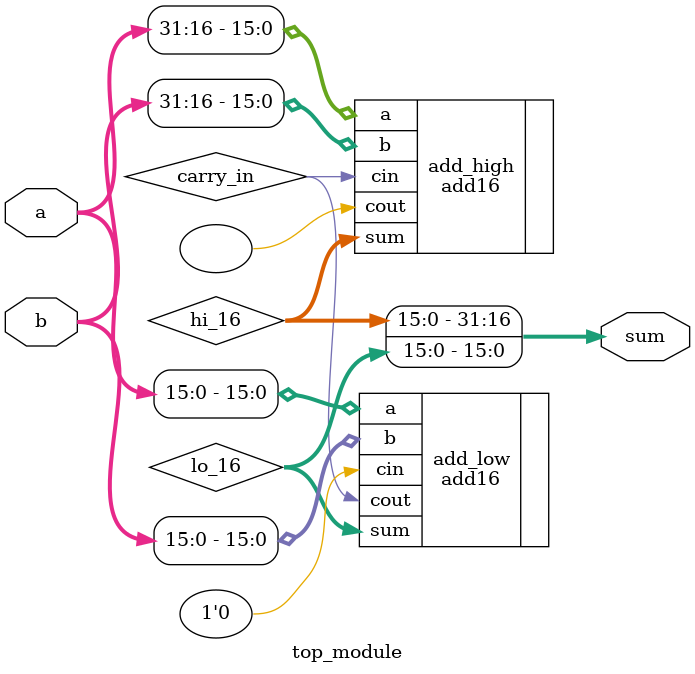
<source format=v>
module top_module(
    input [31:0] a,
    input [31:0] b,
    output [31:0] sum
  );

  wire [15:0] lo_16;
  wire [15:0] hi_16;
  wire carry_in;
  add16 add_low(.a(a[15:0]),
                .b(b[15:0]),
                .cin(1'b0),
                .sum(lo_16),
                .cout(carry_in));

  add16 add_high(.a(a[31:16]),
                 .b(b[31:16]),
                 .cin(carry_in),
                 .sum(hi_16),
                 .cout(),);

  assign sum = {hi_16,lo_16};

endmodule

</source>
